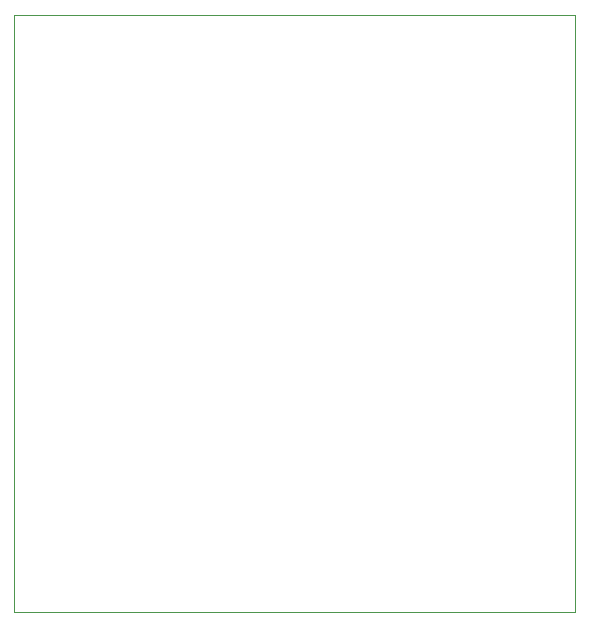
<source format=gbr>
%TF.GenerationSoftware,KiCad,Pcbnew,8.0.9-1.fc41*%
%TF.CreationDate,2025-05-30T14:30:08-05:00*%
%TF.ProjectId,transistor-amp,7472616e-7369-4737-946f-722d616d702e,rev?*%
%TF.SameCoordinates,Original*%
%TF.FileFunction,Profile,NP*%
%FSLAX46Y46*%
G04 Gerber Fmt 4.6, Leading zero omitted, Abs format (unit mm)*
G04 Created by KiCad (PCBNEW 8.0.9-1.fc41) date 2025-05-30 14:30:08*
%MOMM*%
%LPD*%
G01*
G04 APERTURE LIST*
%TA.AperFunction,Profile*%
%ADD10C,0.050000*%
%TD*%
G04 APERTURE END LIST*
D10*
X79000000Y-49000000D02*
X126500000Y-49000000D01*
X126500000Y-99500000D01*
X79000000Y-99500000D01*
X79000000Y-49000000D01*
M02*

</source>
